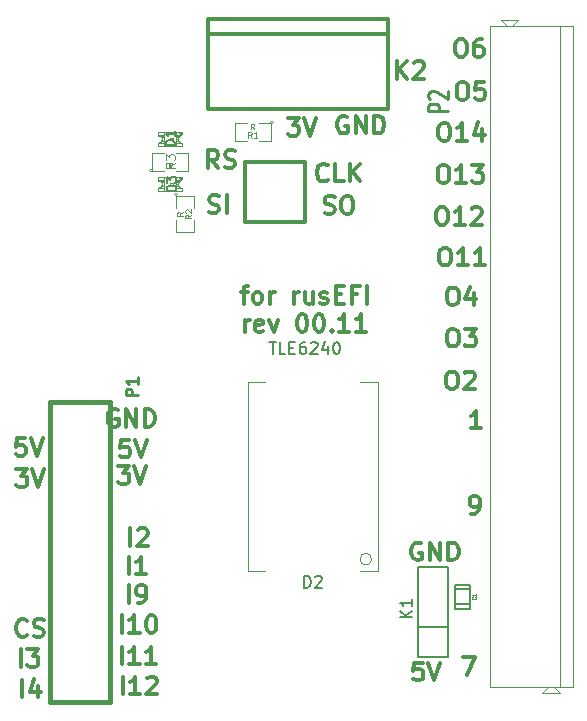
<source format=gto>
G04 (created by PCBNEW (2013-07-07 BZR 4022)-stable) date 9/20/2014 6:20:16 AM*
%MOIN*%
G04 Gerber Fmt 3.4, Leading zero omitted, Abs format*
%FSLAX34Y34*%
G01*
G70*
G90*
G04 APERTURE LIST*
%ADD10C,0.00590551*%
%ADD11C,0.011811*%
%ADD12C,0.0039*%
%ADD13C,0.006*%
%ADD14C,0.015*%
%ADD15C,0.00393701*%
%ADD16C,0.0026*%
%ADD17C,0.004*%
%ADD18C,0.002*%
%ADD19C,0.005*%
%ADD20C,0.012*%
%ADD21C,0.0043*%
%ADD22C,0.01*%
%ADD23C,0.0024*%
%ADD24C,0.0107*%
G04 APERTURE END LIST*
G54D10*
G54D11*
X75862Y-45845D02*
X76087Y-45845D01*
X75947Y-46239D02*
X75947Y-45732D01*
X75975Y-45676D01*
X76031Y-45648D01*
X76087Y-45648D01*
X76368Y-46239D02*
X76312Y-46210D01*
X76284Y-46182D01*
X76256Y-46126D01*
X76256Y-45957D01*
X76284Y-45901D01*
X76312Y-45873D01*
X76368Y-45845D01*
X76453Y-45845D01*
X76509Y-45873D01*
X76537Y-45901D01*
X76565Y-45957D01*
X76565Y-46126D01*
X76537Y-46182D01*
X76509Y-46210D01*
X76453Y-46239D01*
X76368Y-46239D01*
X76818Y-46239D02*
X76818Y-45845D01*
X76818Y-45957D02*
X76847Y-45901D01*
X76875Y-45873D01*
X76931Y-45845D01*
X76987Y-45845D01*
X77634Y-46239D02*
X77634Y-45845D01*
X77634Y-45957D02*
X77662Y-45901D01*
X77690Y-45873D01*
X77746Y-45845D01*
X77803Y-45845D01*
X78253Y-45845D02*
X78253Y-46239D01*
X78000Y-45845D02*
X78000Y-46154D01*
X78028Y-46210D01*
X78084Y-46239D01*
X78168Y-46239D01*
X78224Y-46210D01*
X78253Y-46182D01*
X78506Y-46210D02*
X78562Y-46239D01*
X78674Y-46239D01*
X78731Y-46210D01*
X78759Y-46154D01*
X78759Y-46126D01*
X78731Y-46070D01*
X78674Y-46042D01*
X78590Y-46042D01*
X78534Y-46014D01*
X78506Y-45957D01*
X78506Y-45929D01*
X78534Y-45873D01*
X78590Y-45845D01*
X78674Y-45845D01*
X78731Y-45873D01*
X79012Y-45929D02*
X79209Y-45929D01*
X79293Y-46239D02*
X79012Y-46239D01*
X79012Y-45648D01*
X79293Y-45648D01*
X79743Y-45929D02*
X79546Y-45929D01*
X79546Y-46239D02*
X79546Y-45648D01*
X79827Y-45648D01*
X80052Y-46239D02*
X80052Y-45648D01*
X75989Y-47183D02*
X75989Y-46790D01*
X75989Y-46902D02*
X76017Y-46846D01*
X76045Y-46818D01*
X76101Y-46790D01*
X76158Y-46790D01*
X76579Y-47155D02*
X76523Y-47183D01*
X76411Y-47183D01*
X76354Y-47155D01*
X76326Y-47099D01*
X76326Y-46874D01*
X76354Y-46818D01*
X76411Y-46790D01*
X76523Y-46790D01*
X76579Y-46818D01*
X76607Y-46874D01*
X76607Y-46930D01*
X76326Y-46987D01*
X76804Y-46790D02*
X76945Y-47183D01*
X77086Y-46790D01*
X77873Y-46593D02*
X77929Y-46593D01*
X77985Y-46621D01*
X78014Y-46649D01*
X78042Y-46705D01*
X78070Y-46818D01*
X78070Y-46958D01*
X78042Y-47071D01*
X78014Y-47127D01*
X77985Y-47155D01*
X77929Y-47183D01*
X77873Y-47183D01*
X77817Y-47155D01*
X77789Y-47127D01*
X77760Y-47071D01*
X77732Y-46958D01*
X77732Y-46818D01*
X77760Y-46705D01*
X77789Y-46649D01*
X77817Y-46621D01*
X77873Y-46593D01*
X78435Y-46593D02*
X78492Y-46593D01*
X78548Y-46621D01*
X78576Y-46649D01*
X78604Y-46705D01*
X78632Y-46818D01*
X78632Y-46958D01*
X78604Y-47071D01*
X78576Y-47127D01*
X78548Y-47155D01*
X78492Y-47183D01*
X78435Y-47183D01*
X78379Y-47155D01*
X78351Y-47127D01*
X78323Y-47071D01*
X78295Y-46958D01*
X78295Y-46818D01*
X78323Y-46705D01*
X78351Y-46649D01*
X78379Y-46621D01*
X78435Y-46593D01*
X78885Y-47127D02*
X78913Y-47155D01*
X78885Y-47183D01*
X78857Y-47155D01*
X78885Y-47127D01*
X78885Y-47183D01*
X79476Y-47183D02*
X79138Y-47183D01*
X79307Y-47183D02*
X79307Y-46593D01*
X79251Y-46677D01*
X79195Y-46733D01*
X79138Y-46762D01*
X80038Y-47183D02*
X79701Y-47183D01*
X79870Y-47183D02*
X79870Y-46593D01*
X79813Y-46677D01*
X79757Y-46733D01*
X79701Y-46762D01*
X71750Y-49776D02*
X71693Y-49748D01*
X71609Y-49748D01*
X71525Y-49776D01*
X71468Y-49832D01*
X71440Y-49889D01*
X71412Y-50001D01*
X71412Y-50085D01*
X71440Y-50198D01*
X71468Y-50254D01*
X71525Y-50310D01*
X71609Y-50339D01*
X71665Y-50339D01*
X71750Y-50310D01*
X71778Y-50282D01*
X71778Y-50085D01*
X71665Y-50085D01*
X72031Y-50339D02*
X72031Y-49748D01*
X72368Y-50339D01*
X72368Y-49748D01*
X72649Y-50339D02*
X72649Y-49748D01*
X72790Y-49748D01*
X72874Y-49776D01*
X72931Y-49832D01*
X72959Y-49889D01*
X72987Y-50001D01*
X72987Y-50085D01*
X72959Y-50198D01*
X72931Y-50254D01*
X72874Y-50310D01*
X72790Y-50339D01*
X72649Y-50339D01*
X71775Y-51648D02*
X72140Y-51648D01*
X71943Y-51873D01*
X72028Y-51873D01*
X72084Y-51901D01*
X72112Y-51929D01*
X72140Y-51985D01*
X72140Y-52126D01*
X72112Y-52182D01*
X72084Y-52210D01*
X72028Y-52239D01*
X71859Y-52239D01*
X71803Y-52210D01*
X71775Y-52182D01*
X72309Y-51648D02*
X72506Y-52239D01*
X72703Y-51648D01*
X72137Y-50773D02*
X71856Y-50773D01*
X71828Y-51054D01*
X71856Y-51026D01*
X71912Y-50998D01*
X72053Y-50998D01*
X72109Y-51026D01*
X72137Y-51054D01*
X72165Y-51110D01*
X72165Y-51251D01*
X72137Y-51307D01*
X72109Y-51335D01*
X72053Y-51364D01*
X71912Y-51364D01*
X71856Y-51335D01*
X71828Y-51307D01*
X72334Y-50773D02*
X72531Y-51364D01*
X72728Y-50773D01*
X81875Y-54226D02*
X81818Y-54198D01*
X81734Y-54198D01*
X81650Y-54226D01*
X81593Y-54282D01*
X81565Y-54339D01*
X81537Y-54451D01*
X81537Y-54535D01*
X81565Y-54648D01*
X81593Y-54704D01*
X81650Y-54760D01*
X81734Y-54789D01*
X81790Y-54789D01*
X81875Y-54760D01*
X81903Y-54732D01*
X81903Y-54535D01*
X81790Y-54535D01*
X82156Y-54789D02*
X82156Y-54198D01*
X82493Y-54789D01*
X82493Y-54198D01*
X82774Y-54789D02*
X82774Y-54198D01*
X82915Y-54198D01*
X82999Y-54226D01*
X83056Y-54282D01*
X83084Y-54339D01*
X83112Y-54451D01*
X83112Y-54535D01*
X83084Y-54648D01*
X83056Y-54704D01*
X82999Y-54760D01*
X82915Y-54789D01*
X82774Y-54789D01*
X81912Y-58198D02*
X81631Y-58198D01*
X81603Y-58479D01*
X81631Y-58451D01*
X81687Y-58423D01*
X81828Y-58423D01*
X81884Y-58451D01*
X81912Y-58479D01*
X81940Y-58535D01*
X81940Y-58676D01*
X81912Y-58732D01*
X81884Y-58760D01*
X81828Y-58789D01*
X81687Y-58789D01*
X81631Y-58760D01*
X81603Y-58732D01*
X82109Y-58198D02*
X82306Y-58789D01*
X82503Y-58198D01*
X83253Y-58023D02*
X83646Y-58023D01*
X83393Y-58614D01*
X83537Y-53239D02*
X83650Y-53239D01*
X83706Y-53210D01*
X83734Y-53182D01*
X83790Y-53098D01*
X83818Y-52985D01*
X83818Y-52760D01*
X83790Y-52704D01*
X83762Y-52676D01*
X83706Y-52648D01*
X83593Y-52648D01*
X83537Y-52676D01*
X83509Y-52704D01*
X83481Y-52760D01*
X83481Y-52901D01*
X83509Y-52957D01*
X83537Y-52985D01*
X83593Y-53014D01*
X83706Y-53014D01*
X83762Y-52985D01*
X83790Y-52957D01*
X83818Y-52901D01*
X83868Y-50389D02*
X83531Y-50389D01*
X83700Y-50389D02*
X83700Y-49798D01*
X83643Y-49882D01*
X83587Y-49939D01*
X83531Y-49967D01*
X72168Y-54314D02*
X72168Y-53723D01*
X72421Y-53779D02*
X72450Y-53751D01*
X72506Y-53723D01*
X72646Y-53723D01*
X72703Y-53751D01*
X72731Y-53779D01*
X72759Y-53835D01*
X72759Y-53892D01*
X72731Y-53976D01*
X72393Y-54314D01*
X72759Y-54314D01*
X72118Y-55264D02*
X72118Y-54673D01*
X72709Y-55264D02*
X72371Y-55264D01*
X72540Y-55264D02*
X72540Y-54673D01*
X72484Y-54757D01*
X72428Y-54814D01*
X72371Y-54842D01*
X72118Y-56214D02*
X72118Y-55623D01*
X72428Y-56214D02*
X72540Y-56214D01*
X72596Y-56185D01*
X72624Y-56157D01*
X72681Y-56073D01*
X72709Y-55960D01*
X72709Y-55735D01*
X72681Y-55679D01*
X72653Y-55651D01*
X72596Y-55623D01*
X72484Y-55623D01*
X72428Y-55651D01*
X72400Y-55679D01*
X72371Y-55735D01*
X72371Y-55876D01*
X72400Y-55932D01*
X72428Y-55960D01*
X72484Y-55989D01*
X72596Y-55989D01*
X72653Y-55960D01*
X72681Y-55932D01*
X72709Y-55876D01*
X71887Y-57214D02*
X71887Y-56623D01*
X72478Y-57214D02*
X72140Y-57214D01*
X72309Y-57214D02*
X72309Y-56623D01*
X72253Y-56707D01*
X72196Y-56764D01*
X72140Y-56792D01*
X72843Y-56623D02*
X72899Y-56623D01*
X72956Y-56651D01*
X72984Y-56679D01*
X73012Y-56735D01*
X73040Y-56848D01*
X73040Y-56989D01*
X73012Y-57101D01*
X72984Y-57157D01*
X72956Y-57185D01*
X72899Y-57214D01*
X72843Y-57214D01*
X72787Y-57185D01*
X72759Y-57157D01*
X72731Y-57101D01*
X72703Y-56989D01*
X72703Y-56848D01*
X72731Y-56735D01*
X72759Y-56679D01*
X72787Y-56651D01*
X72843Y-56623D01*
X71887Y-58264D02*
X71887Y-57673D01*
X72478Y-58264D02*
X72140Y-58264D01*
X72309Y-58264D02*
X72309Y-57673D01*
X72253Y-57757D01*
X72196Y-57814D01*
X72140Y-57842D01*
X73040Y-58264D02*
X72703Y-58264D01*
X72871Y-58264D02*
X72871Y-57673D01*
X72815Y-57757D01*
X72759Y-57814D01*
X72703Y-57842D01*
X71912Y-59264D02*
X71912Y-58673D01*
X72503Y-59264D02*
X72165Y-59264D01*
X72334Y-59264D02*
X72334Y-58673D01*
X72278Y-58757D01*
X72221Y-58814D01*
X72165Y-58842D01*
X72728Y-58729D02*
X72756Y-58701D01*
X72812Y-58673D01*
X72953Y-58673D01*
X73009Y-58701D01*
X73037Y-58729D01*
X73065Y-58785D01*
X73065Y-58842D01*
X73037Y-58926D01*
X72699Y-59264D01*
X73065Y-59264D01*
X68726Y-57282D02*
X68698Y-57310D01*
X68614Y-57339D01*
X68557Y-57339D01*
X68473Y-57310D01*
X68417Y-57254D01*
X68389Y-57198D01*
X68360Y-57085D01*
X68360Y-57001D01*
X68389Y-56889D01*
X68417Y-56832D01*
X68473Y-56776D01*
X68557Y-56748D01*
X68614Y-56748D01*
X68698Y-56776D01*
X68726Y-56804D01*
X68951Y-57310D02*
X69035Y-57339D01*
X69176Y-57339D01*
X69232Y-57310D01*
X69260Y-57282D01*
X69289Y-57226D01*
X69289Y-57170D01*
X69260Y-57114D01*
X69232Y-57085D01*
X69176Y-57057D01*
X69064Y-57029D01*
X69007Y-57001D01*
X68979Y-56973D01*
X68951Y-56917D01*
X68951Y-56860D01*
X68979Y-56804D01*
X69007Y-56776D01*
X69064Y-56748D01*
X69204Y-56748D01*
X69289Y-56776D01*
X68518Y-58339D02*
X68518Y-57748D01*
X68743Y-57748D02*
X69109Y-57748D01*
X68912Y-57973D01*
X68996Y-57973D01*
X69053Y-58001D01*
X69081Y-58029D01*
X69109Y-58085D01*
X69109Y-58226D01*
X69081Y-58282D01*
X69053Y-58310D01*
X68996Y-58339D01*
X68828Y-58339D01*
X68771Y-58310D01*
X68743Y-58282D01*
X68568Y-59364D02*
X68568Y-58773D01*
X69103Y-58970D02*
X69103Y-59364D01*
X68962Y-58745D02*
X68821Y-59167D01*
X69187Y-59167D01*
X68375Y-51748D02*
X68740Y-51748D01*
X68543Y-51973D01*
X68628Y-51973D01*
X68684Y-52001D01*
X68712Y-52029D01*
X68740Y-52085D01*
X68740Y-52226D01*
X68712Y-52282D01*
X68684Y-52310D01*
X68628Y-52339D01*
X68459Y-52339D01*
X68403Y-52310D01*
X68375Y-52282D01*
X68909Y-51748D02*
X69106Y-52339D01*
X69303Y-51748D01*
X68662Y-50723D02*
X68381Y-50723D01*
X68353Y-51004D01*
X68381Y-50976D01*
X68437Y-50948D01*
X68578Y-50948D01*
X68634Y-50976D01*
X68662Y-51004D01*
X68690Y-51060D01*
X68690Y-51201D01*
X68662Y-51257D01*
X68634Y-51285D01*
X68578Y-51314D01*
X68437Y-51314D01*
X68381Y-51285D01*
X68353Y-51257D01*
X68859Y-50723D02*
X69056Y-51314D01*
X69253Y-50723D01*
X75101Y-41714D02*
X74904Y-41432D01*
X74764Y-41714D02*
X74764Y-41123D01*
X74989Y-41123D01*
X75045Y-41151D01*
X75073Y-41179D01*
X75101Y-41235D01*
X75101Y-41320D01*
X75073Y-41376D01*
X75045Y-41404D01*
X74989Y-41432D01*
X74764Y-41432D01*
X75326Y-41685D02*
X75410Y-41714D01*
X75551Y-41714D01*
X75607Y-41685D01*
X75635Y-41657D01*
X75664Y-41601D01*
X75664Y-41545D01*
X75635Y-41489D01*
X75607Y-41460D01*
X75551Y-41432D01*
X75439Y-41404D01*
X75382Y-41376D01*
X75354Y-41348D01*
X75326Y-41292D01*
X75326Y-41235D01*
X75354Y-41179D01*
X75382Y-41151D01*
X75439Y-41123D01*
X75579Y-41123D01*
X75664Y-41151D01*
X74790Y-43185D02*
X74875Y-43214D01*
X75015Y-43214D01*
X75071Y-43185D01*
X75100Y-43157D01*
X75128Y-43101D01*
X75128Y-43045D01*
X75100Y-42989D01*
X75071Y-42960D01*
X75015Y-42932D01*
X74903Y-42904D01*
X74846Y-42876D01*
X74818Y-42848D01*
X74790Y-42792D01*
X74790Y-42735D01*
X74818Y-42679D01*
X74846Y-42651D01*
X74903Y-42623D01*
X75043Y-42623D01*
X75128Y-42651D01*
X75381Y-43214D02*
X75381Y-42623D01*
X78646Y-43210D02*
X78731Y-43239D01*
X78871Y-43239D01*
X78928Y-43210D01*
X78956Y-43182D01*
X78984Y-43126D01*
X78984Y-43070D01*
X78956Y-43014D01*
X78928Y-42985D01*
X78871Y-42957D01*
X78759Y-42929D01*
X78703Y-42901D01*
X78675Y-42873D01*
X78646Y-42817D01*
X78646Y-42760D01*
X78675Y-42704D01*
X78703Y-42676D01*
X78759Y-42648D01*
X78900Y-42648D01*
X78984Y-42676D01*
X79349Y-42648D02*
X79462Y-42648D01*
X79518Y-42676D01*
X79574Y-42732D01*
X79603Y-42845D01*
X79603Y-43042D01*
X79574Y-43154D01*
X79518Y-43210D01*
X79462Y-43239D01*
X79349Y-43239D01*
X79293Y-43210D01*
X79237Y-43154D01*
X79209Y-43042D01*
X79209Y-42845D01*
X79237Y-42732D01*
X79293Y-42676D01*
X79349Y-42648D01*
X78748Y-42107D02*
X78720Y-42135D01*
X78635Y-42164D01*
X78579Y-42164D01*
X78495Y-42135D01*
X78439Y-42079D01*
X78411Y-42023D01*
X78382Y-41910D01*
X78382Y-41826D01*
X78411Y-41714D01*
X78439Y-41657D01*
X78495Y-41601D01*
X78579Y-41573D01*
X78635Y-41573D01*
X78720Y-41601D01*
X78748Y-41629D01*
X79282Y-42164D02*
X79001Y-42164D01*
X79001Y-41573D01*
X79479Y-42164D02*
X79479Y-41573D01*
X79817Y-42164D02*
X79564Y-41826D01*
X79817Y-41573D02*
X79479Y-41910D01*
X77425Y-40048D02*
X77790Y-40048D01*
X77593Y-40273D01*
X77678Y-40273D01*
X77734Y-40301D01*
X77762Y-40329D01*
X77790Y-40385D01*
X77790Y-40526D01*
X77762Y-40582D01*
X77734Y-40610D01*
X77678Y-40639D01*
X77509Y-40639D01*
X77453Y-40610D01*
X77425Y-40582D01*
X77959Y-40048D02*
X78156Y-40639D01*
X78353Y-40048D01*
X79400Y-40001D02*
X79343Y-39973D01*
X79259Y-39973D01*
X79175Y-40001D01*
X79118Y-40057D01*
X79090Y-40114D01*
X79062Y-40226D01*
X79062Y-40310D01*
X79090Y-40423D01*
X79118Y-40479D01*
X79175Y-40535D01*
X79259Y-40564D01*
X79315Y-40564D01*
X79400Y-40535D01*
X79428Y-40507D01*
X79428Y-40310D01*
X79315Y-40310D01*
X79681Y-40564D02*
X79681Y-39973D01*
X80018Y-40564D01*
X80018Y-39973D01*
X80299Y-40564D02*
X80299Y-39973D01*
X80440Y-39973D01*
X80524Y-40001D01*
X80581Y-40057D01*
X80609Y-40114D01*
X80637Y-40226D01*
X80637Y-40310D01*
X80609Y-40423D01*
X80581Y-40479D01*
X80524Y-40535D01*
X80440Y-40564D01*
X80299Y-40564D01*
X82837Y-48498D02*
X82950Y-48498D01*
X83006Y-48526D01*
X83062Y-48582D01*
X83090Y-48695D01*
X83090Y-48892D01*
X83062Y-49004D01*
X83006Y-49060D01*
X82950Y-49089D01*
X82837Y-49089D01*
X82781Y-49060D01*
X82725Y-49004D01*
X82696Y-48892D01*
X82696Y-48695D01*
X82725Y-48582D01*
X82781Y-48526D01*
X82837Y-48498D01*
X83315Y-48554D02*
X83343Y-48526D01*
X83399Y-48498D01*
X83540Y-48498D01*
X83596Y-48526D01*
X83624Y-48554D01*
X83653Y-48610D01*
X83653Y-48667D01*
X83624Y-48751D01*
X83287Y-49089D01*
X83653Y-49089D01*
X82862Y-47073D02*
X82975Y-47073D01*
X83031Y-47101D01*
X83087Y-47157D01*
X83115Y-47270D01*
X83115Y-47467D01*
X83087Y-47579D01*
X83031Y-47635D01*
X82975Y-47664D01*
X82862Y-47664D01*
X82806Y-47635D01*
X82750Y-47579D01*
X82721Y-47467D01*
X82721Y-47270D01*
X82750Y-47157D01*
X82806Y-47101D01*
X82862Y-47073D01*
X83312Y-47073D02*
X83678Y-47073D01*
X83481Y-47298D01*
X83565Y-47298D01*
X83621Y-47326D01*
X83649Y-47354D01*
X83678Y-47410D01*
X83678Y-47551D01*
X83649Y-47607D01*
X83621Y-47635D01*
X83565Y-47664D01*
X83396Y-47664D01*
X83340Y-47635D01*
X83312Y-47607D01*
X82862Y-45698D02*
X82975Y-45698D01*
X83031Y-45726D01*
X83087Y-45782D01*
X83115Y-45895D01*
X83115Y-46092D01*
X83087Y-46204D01*
X83031Y-46260D01*
X82975Y-46289D01*
X82862Y-46289D01*
X82806Y-46260D01*
X82750Y-46204D01*
X82721Y-46092D01*
X82721Y-45895D01*
X82750Y-45782D01*
X82806Y-45726D01*
X82862Y-45698D01*
X83621Y-45895D02*
X83621Y-46289D01*
X83481Y-45670D02*
X83340Y-46092D01*
X83706Y-46092D01*
X82606Y-44373D02*
X82718Y-44373D01*
X82775Y-44401D01*
X82831Y-44457D01*
X82859Y-44570D01*
X82859Y-44767D01*
X82831Y-44879D01*
X82775Y-44935D01*
X82718Y-44964D01*
X82606Y-44964D01*
X82550Y-44935D01*
X82493Y-44879D01*
X82465Y-44767D01*
X82465Y-44570D01*
X82493Y-44457D01*
X82550Y-44401D01*
X82606Y-44373D01*
X83421Y-44964D02*
X83084Y-44964D01*
X83253Y-44964D02*
X83253Y-44373D01*
X83196Y-44457D01*
X83140Y-44514D01*
X83084Y-44542D01*
X83984Y-44964D02*
X83646Y-44964D01*
X83815Y-44964D02*
X83815Y-44373D01*
X83759Y-44457D01*
X83703Y-44514D01*
X83646Y-44542D01*
X82506Y-43023D02*
X82618Y-43023D01*
X82675Y-43051D01*
X82731Y-43107D01*
X82759Y-43220D01*
X82759Y-43417D01*
X82731Y-43529D01*
X82675Y-43585D01*
X82618Y-43614D01*
X82506Y-43614D01*
X82450Y-43585D01*
X82393Y-43529D01*
X82365Y-43417D01*
X82365Y-43220D01*
X82393Y-43107D01*
X82450Y-43051D01*
X82506Y-43023D01*
X83321Y-43614D02*
X82984Y-43614D01*
X83153Y-43614D02*
X83153Y-43023D01*
X83096Y-43107D01*
X83040Y-43164D01*
X82984Y-43192D01*
X83546Y-43079D02*
X83574Y-43051D01*
X83631Y-43023D01*
X83771Y-43023D01*
X83828Y-43051D01*
X83856Y-43079D01*
X83884Y-43135D01*
X83884Y-43192D01*
X83856Y-43276D01*
X83518Y-43614D01*
X83884Y-43614D01*
X82556Y-41623D02*
X82668Y-41623D01*
X82725Y-41651D01*
X82781Y-41707D01*
X82809Y-41820D01*
X82809Y-42017D01*
X82781Y-42129D01*
X82725Y-42185D01*
X82668Y-42214D01*
X82556Y-42214D01*
X82500Y-42185D01*
X82443Y-42129D01*
X82415Y-42017D01*
X82415Y-41820D01*
X82443Y-41707D01*
X82500Y-41651D01*
X82556Y-41623D01*
X83371Y-42214D02*
X83034Y-42214D01*
X83203Y-42214D02*
X83203Y-41623D01*
X83146Y-41707D01*
X83090Y-41764D01*
X83034Y-41792D01*
X83568Y-41623D02*
X83934Y-41623D01*
X83737Y-41848D01*
X83821Y-41848D01*
X83878Y-41876D01*
X83906Y-41904D01*
X83934Y-41960D01*
X83934Y-42101D01*
X83906Y-42157D01*
X83878Y-42185D01*
X83821Y-42214D01*
X83653Y-42214D01*
X83596Y-42185D01*
X83568Y-42157D01*
X82581Y-40223D02*
X82693Y-40223D01*
X82750Y-40251D01*
X82806Y-40307D01*
X82834Y-40420D01*
X82834Y-40617D01*
X82806Y-40729D01*
X82750Y-40785D01*
X82693Y-40814D01*
X82581Y-40814D01*
X82525Y-40785D01*
X82468Y-40729D01*
X82440Y-40617D01*
X82440Y-40420D01*
X82468Y-40307D01*
X82525Y-40251D01*
X82581Y-40223D01*
X83396Y-40814D02*
X83059Y-40814D01*
X83228Y-40814D02*
X83228Y-40223D01*
X83171Y-40307D01*
X83115Y-40364D01*
X83059Y-40392D01*
X83903Y-40420D02*
X83903Y-40814D01*
X83762Y-40195D02*
X83621Y-40617D01*
X83987Y-40617D01*
X83187Y-38848D02*
X83300Y-38848D01*
X83356Y-38876D01*
X83412Y-38932D01*
X83440Y-39045D01*
X83440Y-39242D01*
X83412Y-39354D01*
X83356Y-39410D01*
X83300Y-39439D01*
X83187Y-39439D01*
X83131Y-39410D01*
X83075Y-39354D01*
X83046Y-39242D01*
X83046Y-39045D01*
X83075Y-38932D01*
X83131Y-38876D01*
X83187Y-38848D01*
X83974Y-38848D02*
X83693Y-38848D01*
X83665Y-39129D01*
X83693Y-39101D01*
X83749Y-39073D01*
X83890Y-39073D01*
X83946Y-39101D01*
X83974Y-39129D01*
X84003Y-39185D01*
X84003Y-39326D01*
X83974Y-39382D01*
X83946Y-39410D01*
X83890Y-39439D01*
X83749Y-39439D01*
X83693Y-39410D01*
X83665Y-39382D01*
X83137Y-37423D02*
X83250Y-37423D01*
X83306Y-37451D01*
X83362Y-37507D01*
X83390Y-37620D01*
X83390Y-37817D01*
X83362Y-37929D01*
X83306Y-37985D01*
X83250Y-38014D01*
X83137Y-38014D01*
X83081Y-37985D01*
X83025Y-37929D01*
X82996Y-37817D01*
X82996Y-37620D01*
X83025Y-37507D01*
X83081Y-37451D01*
X83137Y-37423D01*
X83896Y-37423D02*
X83784Y-37423D01*
X83728Y-37451D01*
X83699Y-37479D01*
X83643Y-37564D01*
X83615Y-37676D01*
X83615Y-37901D01*
X83643Y-37957D01*
X83671Y-37985D01*
X83728Y-38014D01*
X83840Y-38014D01*
X83896Y-37985D01*
X83924Y-37957D01*
X83953Y-37901D01*
X83953Y-37760D01*
X83924Y-37704D01*
X83896Y-37676D01*
X83840Y-37648D01*
X83728Y-37648D01*
X83671Y-37676D01*
X83643Y-37704D01*
X83615Y-37760D01*
G54D12*
X76950Y-40200D02*
G75*
G03X76950Y-40200I-50J0D01*
G74*
G01*
X76450Y-40200D02*
X76850Y-40200D01*
X76850Y-40200D02*
X76850Y-40800D01*
X76850Y-40800D02*
X76450Y-40800D01*
X76050Y-40800D02*
X75650Y-40800D01*
X75650Y-40800D02*
X75650Y-40200D01*
X75650Y-40200D02*
X76050Y-40200D01*
X73750Y-42600D02*
G75*
G03X73750Y-42600I-50J0D01*
G74*
G01*
X73700Y-43050D02*
X73700Y-42650D01*
X73700Y-42650D02*
X74300Y-42650D01*
X74300Y-42650D02*
X74300Y-43050D01*
X74300Y-43450D02*
X74300Y-43850D01*
X74300Y-43850D02*
X73700Y-43850D01*
X73700Y-43850D02*
X73700Y-43450D01*
G54D13*
X82750Y-58000D02*
X81750Y-58000D01*
X81750Y-58000D02*
X81750Y-55000D01*
X81750Y-55000D02*
X82750Y-55000D01*
X82750Y-55000D02*
X82750Y-58000D01*
X81750Y-57000D02*
X82750Y-57000D01*
G54D14*
X69500Y-59500D02*
X69500Y-49500D01*
X71500Y-49500D02*
X71500Y-59500D01*
X71500Y-49500D02*
X69500Y-49500D01*
X69500Y-59500D02*
X71500Y-59500D01*
G54D15*
X80218Y-54755D02*
G75*
G03X80218Y-54755I-196J0D01*
G74*
G01*
X76675Y-55149D02*
X76084Y-55149D01*
X76084Y-55149D02*
X76084Y-48850D01*
X76084Y-48850D02*
X76675Y-48850D01*
X80415Y-55149D02*
X80415Y-48850D01*
X80415Y-48850D02*
X79824Y-48850D01*
X80415Y-55149D02*
X79824Y-55149D01*
G54D16*
X73696Y-40868D02*
X73696Y-40996D01*
X73696Y-40996D02*
X73893Y-40996D01*
X73893Y-40868D02*
X73893Y-40996D01*
X73696Y-40868D02*
X73893Y-40868D01*
X73696Y-40623D02*
X73696Y-40682D01*
X73696Y-40682D02*
X73795Y-40682D01*
X73795Y-40623D02*
X73795Y-40682D01*
X73696Y-40623D02*
X73795Y-40623D01*
X73696Y-40818D02*
X73696Y-40877D01*
X73696Y-40877D02*
X73795Y-40877D01*
X73795Y-40818D02*
X73795Y-40877D01*
X73696Y-40818D02*
X73795Y-40818D01*
X73696Y-40672D02*
X73696Y-40828D01*
X73696Y-40828D02*
X73765Y-40828D01*
X73765Y-40672D02*
X73765Y-40828D01*
X73696Y-40672D02*
X73765Y-40672D01*
X73107Y-40868D02*
X73107Y-40996D01*
X73107Y-40996D02*
X73304Y-40996D01*
X73304Y-40868D02*
X73304Y-40996D01*
X73107Y-40868D02*
X73304Y-40868D01*
X73107Y-40504D02*
X73107Y-40632D01*
X73107Y-40632D02*
X73304Y-40632D01*
X73304Y-40504D02*
X73304Y-40632D01*
X73107Y-40504D02*
X73304Y-40504D01*
X73205Y-40818D02*
X73205Y-40877D01*
X73205Y-40877D02*
X73304Y-40877D01*
X73304Y-40818D02*
X73304Y-40877D01*
X73205Y-40818D02*
X73304Y-40818D01*
X73205Y-40623D02*
X73205Y-40682D01*
X73205Y-40682D02*
X73304Y-40682D01*
X73304Y-40623D02*
X73304Y-40682D01*
X73205Y-40623D02*
X73304Y-40623D01*
X73235Y-40672D02*
X73235Y-40828D01*
X73235Y-40828D02*
X73304Y-40828D01*
X73304Y-40672D02*
X73304Y-40828D01*
X73235Y-40672D02*
X73304Y-40672D01*
X73500Y-40711D02*
X73500Y-40789D01*
X73500Y-40789D02*
X73578Y-40789D01*
X73578Y-40711D02*
X73578Y-40789D01*
X73500Y-40711D02*
X73578Y-40711D01*
X73696Y-40514D02*
X73696Y-40632D01*
X73696Y-40632D02*
X73814Y-40632D01*
X73814Y-40514D02*
X73814Y-40632D01*
X73696Y-40514D02*
X73814Y-40514D01*
X73864Y-40504D02*
X73864Y-40593D01*
X73864Y-40593D02*
X73893Y-40593D01*
X73893Y-40504D02*
X73893Y-40593D01*
X73864Y-40504D02*
X73893Y-40504D01*
G54D17*
X73706Y-40976D02*
X73294Y-40976D01*
X73304Y-40524D02*
X73864Y-40524D01*
G54D18*
X73862Y-40573D02*
G75*
G03X73862Y-40573I-28J0D01*
G74*
G01*
G54D17*
X73893Y-40613D02*
G75*
G03X73893Y-40887I0J-137D01*
G74*
G01*
X73107Y-40887D02*
G75*
G03X73107Y-40613I0J137D01*
G74*
G01*
G54D16*
X73696Y-42368D02*
X73696Y-42496D01*
X73696Y-42496D02*
X73893Y-42496D01*
X73893Y-42368D02*
X73893Y-42496D01*
X73696Y-42368D02*
X73893Y-42368D01*
X73696Y-42123D02*
X73696Y-42182D01*
X73696Y-42182D02*
X73795Y-42182D01*
X73795Y-42123D02*
X73795Y-42182D01*
X73696Y-42123D02*
X73795Y-42123D01*
X73696Y-42318D02*
X73696Y-42377D01*
X73696Y-42377D02*
X73795Y-42377D01*
X73795Y-42318D02*
X73795Y-42377D01*
X73696Y-42318D02*
X73795Y-42318D01*
X73696Y-42172D02*
X73696Y-42328D01*
X73696Y-42328D02*
X73765Y-42328D01*
X73765Y-42172D02*
X73765Y-42328D01*
X73696Y-42172D02*
X73765Y-42172D01*
X73107Y-42368D02*
X73107Y-42496D01*
X73107Y-42496D02*
X73304Y-42496D01*
X73304Y-42368D02*
X73304Y-42496D01*
X73107Y-42368D02*
X73304Y-42368D01*
X73107Y-42004D02*
X73107Y-42132D01*
X73107Y-42132D02*
X73304Y-42132D01*
X73304Y-42004D02*
X73304Y-42132D01*
X73107Y-42004D02*
X73304Y-42004D01*
X73205Y-42318D02*
X73205Y-42377D01*
X73205Y-42377D02*
X73304Y-42377D01*
X73304Y-42318D02*
X73304Y-42377D01*
X73205Y-42318D02*
X73304Y-42318D01*
X73205Y-42123D02*
X73205Y-42182D01*
X73205Y-42182D02*
X73304Y-42182D01*
X73304Y-42123D02*
X73304Y-42182D01*
X73205Y-42123D02*
X73304Y-42123D01*
X73235Y-42172D02*
X73235Y-42328D01*
X73235Y-42328D02*
X73304Y-42328D01*
X73304Y-42172D02*
X73304Y-42328D01*
X73235Y-42172D02*
X73304Y-42172D01*
X73500Y-42211D02*
X73500Y-42289D01*
X73500Y-42289D02*
X73578Y-42289D01*
X73578Y-42211D02*
X73578Y-42289D01*
X73500Y-42211D02*
X73578Y-42211D01*
X73696Y-42014D02*
X73696Y-42132D01*
X73696Y-42132D02*
X73814Y-42132D01*
X73814Y-42014D02*
X73814Y-42132D01*
X73696Y-42014D02*
X73814Y-42014D01*
X73864Y-42004D02*
X73864Y-42093D01*
X73864Y-42093D02*
X73893Y-42093D01*
X73893Y-42004D02*
X73893Y-42093D01*
X73864Y-42004D02*
X73893Y-42004D01*
G54D17*
X73706Y-42476D02*
X73294Y-42476D01*
X73304Y-42024D02*
X73864Y-42024D01*
G54D18*
X73862Y-42073D02*
G75*
G03X73862Y-42073I-28J0D01*
G74*
G01*
G54D17*
X73893Y-42113D02*
G75*
G03X73893Y-42387I0J-137D01*
G74*
G01*
X73107Y-42387D02*
G75*
G03X73107Y-42113I0J137D01*
G74*
G01*
G54D19*
X83500Y-56250D02*
X83000Y-56250D01*
X83500Y-55750D02*
X83010Y-55750D01*
X83500Y-55600D02*
X83500Y-56400D01*
X83500Y-56400D02*
X83000Y-56400D01*
X83000Y-56400D02*
X83000Y-55600D01*
X83000Y-55600D02*
X83500Y-55600D01*
G54D20*
X80750Y-36750D02*
X80750Y-39750D01*
X74750Y-36750D02*
X74750Y-39750D01*
X80750Y-37250D02*
X74750Y-37250D01*
X80750Y-39750D02*
X74750Y-39750D01*
X80750Y-36750D02*
X74750Y-36750D01*
G54D12*
X84712Y-36976D02*
X84515Y-36779D01*
X84515Y-36779D02*
X84909Y-36779D01*
X84909Y-36779D02*
X85106Y-36779D01*
X85106Y-36779D02*
X84909Y-36976D01*
X86287Y-59023D02*
X86484Y-59220D01*
X86484Y-59220D02*
X86090Y-59220D01*
X86090Y-59220D02*
X85893Y-59220D01*
X85893Y-59220D02*
X86090Y-59023D01*
X86484Y-36976D02*
X86484Y-59023D01*
X86917Y-36976D02*
X86917Y-59023D01*
X86917Y-59023D02*
X84161Y-59023D01*
X84161Y-59023D02*
X84161Y-36976D01*
X84161Y-36976D02*
X86917Y-36976D01*
X72900Y-41800D02*
G75*
G03X72900Y-41800I-50J0D01*
G74*
G01*
X73300Y-41800D02*
X72900Y-41800D01*
X72900Y-41800D02*
X72900Y-41200D01*
X72900Y-41200D02*
X73300Y-41200D01*
X73700Y-41200D02*
X74100Y-41200D01*
X74100Y-41200D02*
X74100Y-41800D01*
X74100Y-41800D02*
X73700Y-41800D01*
G54D20*
X76000Y-41500D02*
X78000Y-41500D01*
X78000Y-41500D02*
X78000Y-43500D01*
X78000Y-43500D02*
X76000Y-43500D01*
X76000Y-43500D02*
X76000Y-41500D01*
G54D21*
X76217Y-40704D02*
X76151Y-40610D01*
X76104Y-40704D02*
X76104Y-40507D01*
X76179Y-40507D01*
X76198Y-40517D01*
X76207Y-40526D01*
X76217Y-40545D01*
X76217Y-40573D01*
X76207Y-40592D01*
X76198Y-40601D01*
X76179Y-40610D01*
X76104Y-40610D01*
X76404Y-40704D02*
X76292Y-40704D01*
X76348Y-40704D02*
X76348Y-40507D01*
X76329Y-40535D01*
X76310Y-40554D01*
X76292Y-40564D01*
X76310Y-40429D02*
X76245Y-40335D01*
X76198Y-40429D02*
X76198Y-40232D01*
X76273Y-40232D01*
X76292Y-40242D01*
X76301Y-40251D01*
X76310Y-40270D01*
X76310Y-40298D01*
X76301Y-40317D01*
X76292Y-40326D01*
X76273Y-40335D01*
X76198Y-40335D01*
X74204Y-43282D02*
X74110Y-43348D01*
X74204Y-43395D02*
X74007Y-43395D01*
X74007Y-43320D01*
X74017Y-43301D01*
X74026Y-43292D01*
X74045Y-43282D01*
X74073Y-43282D01*
X74092Y-43292D01*
X74101Y-43301D01*
X74110Y-43320D01*
X74110Y-43395D01*
X74026Y-43207D02*
X74017Y-43198D01*
X74007Y-43179D01*
X74007Y-43132D01*
X74017Y-43113D01*
X74026Y-43104D01*
X74045Y-43095D01*
X74064Y-43095D01*
X74092Y-43104D01*
X74204Y-43217D01*
X74204Y-43095D01*
X73929Y-43189D02*
X73835Y-43254D01*
X73929Y-43301D02*
X73732Y-43301D01*
X73732Y-43226D01*
X73742Y-43207D01*
X73751Y-43198D01*
X73770Y-43189D01*
X73798Y-43189D01*
X73817Y-43198D01*
X73826Y-43207D01*
X73835Y-43226D01*
X73835Y-43301D01*
G54D13*
X81561Y-56695D02*
X81161Y-56695D01*
X81561Y-56466D02*
X81333Y-56638D01*
X81161Y-56466D02*
X81390Y-56695D01*
X81561Y-56085D02*
X81561Y-56314D01*
X81561Y-56199D02*
X81161Y-56199D01*
X81219Y-56238D01*
X81257Y-56276D01*
X81276Y-56314D01*
G54D22*
X72411Y-49295D02*
X72011Y-49295D01*
X72011Y-49142D01*
X72030Y-49104D01*
X72050Y-49085D01*
X72088Y-49066D01*
X72145Y-49066D01*
X72183Y-49085D01*
X72202Y-49104D01*
X72221Y-49142D01*
X72221Y-49295D01*
X72411Y-48685D02*
X72411Y-48914D01*
X72411Y-48799D02*
X72011Y-48799D01*
X72069Y-48838D01*
X72107Y-48876D01*
X72126Y-48914D01*
G54D10*
X77959Y-55702D02*
X77959Y-55308D01*
X78053Y-55308D01*
X78109Y-55327D01*
X78146Y-55365D01*
X78165Y-55402D01*
X78184Y-55477D01*
X78184Y-55533D01*
X78165Y-55608D01*
X78146Y-55646D01*
X78109Y-55683D01*
X78053Y-55702D01*
X77959Y-55702D01*
X78334Y-55346D02*
X78353Y-55327D01*
X78390Y-55308D01*
X78484Y-55308D01*
X78521Y-55327D01*
X78540Y-55346D01*
X78559Y-55383D01*
X78559Y-55421D01*
X78540Y-55477D01*
X78315Y-55702D01*
X78559Y-55702D01*
X76800Y-47515D02*
X77025Y-47515D01*
X76912Y-47909D02*
X76912Y-47515D01*
X77343Y-47909D02*
X77156Y-47909D01*
X77156Y-47515D01*
X77475Y-47703D02*
X77606Y-47703D01*
X77662Y-47909D02*
X77475Y-47909D01*
X77475Y-47515D01*
X77662Y-47515D01*
X78000Y-47515D02*
X77925Y-47515D01*
X77887Y-47534D01*
X77868Y-47553D01*
X77831Y-47609D01*
X77812Y-47684D01*
X77812Y-47834D01*
X77831Y-47871D01*
X77850Y-47890D01*
X77887Y-47909D01*
X77962Y-47909D01*
X78000Y-47890D01*
X78018Y-47871D01*
X78037Y-47834D01*
X78037Y-47740D01*
X78018Y-47703D01*
X78000Y-47684D01*
X77962Y-47665D01*
X77887Y-47665D01*
X77850Y-47684D01*
X77831Y-47703D01*
X77812Y-47740D01*
X78187Y-47553D02*
X78206Y-47534D01*
X78243Y-47515D01*
X78337Y-47515D01*
X78374Y-47534D01*
X78393Y-47553D01*
X78412Y-47590D01*
X78412Y-47628D01*
X78393Y-47684D01*
X78168Y-47909D01*
X78412Y-47909D01*
X78749Y-47646D02*
X78749Y-47909D01*
X78656Y-47496D02*
X78562Y-47778D01*
X78806Y-47778D01*
X79031Y-47515D02*
X79068Y-47515D01*
X79106Y-47534D01*
X79124Y-47553D01*
X79143Y-47590D01*
X79162Y-47665D01*
X79162Y-47759D01*
X79143Y-47834D01*
X79124Y-47871D01*
X79106Y-47890D01*
X79068Y-47909D01*
X79031Y-47909D01*
X78993Y-47890D01*
X78974Y-47871D01*
X78956Y-47834D01*
X78937Y-47759D01*
X78937Y-47665D01*
X78956Y-47590D01*
X78974Y-47553D01*
X78993Y-47534D01*
X79031Y-47515D01*
G54D19*
X73646Y-40946D02*
X73346Y-40946D01*
X73346Y-40875D01*
X73360Y-40832D01*
X73389Y-40803D01*
X73417Y-40789D01*
X73475Y-40775D01*
X73517Y-40775D01*
X73575Y-40789D01*
X73603Y-40803D01*
X73632Y-40832D01*
X73646Y-40875D01*
X73646Y-40946D01*
X73646Y-40489D02*
X73646Y-40660D01*
X73646Y-40575D02*
X73346Y-40575D01*
X73389Y-40603D01*
X73417Y-40632D01*
X73432Y-40660D01*
X73696Y-42471D02*
X73396Y-42471D01*
X73396Y-42400D01*
X73410Y-42357D01*
X73439Y-42328D01*
X73467Y-42314D01*
X73525Y-42300D01*
X73567Y-42300D01*
X73625Y-42314D01*
X73653Y-42328D01*
X73682Y-42357D01*
X73696Y-42400D01*
X73696Y-42471D01*
X73396Y-42200D02*
X73396Y-42014D01*
X73510Y-42114D01*
X73510Y-42071D01*
X73525Y-42042D01*
X73539Y-42028D01*
X73567Y-42014D01*
X73639Y-42014D01*
X73667Y-42028D01*
X73682Y-42042D01*
X73696Y-42071D01*
X73696Y-42157D01*
X73682Y-42185D01*
X73667Y-42200D01*
G54D23*
X83676Y-56019D02*
X83682Y-56025D01*
X83687Y-56042D01*
X83687Y-56053D01*
X83682Y-56070D01*
X83670Y-56081D01*
X83659Y-56087D01*
X83637Y-56092D01*
X83620Y-56092D01*
X83597Y-56087D01*
X83586Y-56081D01*
X83575Y-56070D01*
X83569Y-56053D01*
X83569Y-56042D01*
X83575Y-56025D01*
X83581Y-56019D01*
X83687Y-55907D02*
X83687Y-55974D01*
X83687Y-55941D02*
X83569Y-55941D01*
X83586Y-55952D01*
X83597Y-55963D01*
X83603Y-55974D01*
G54D20*
X81057Y-38742D02*
X81057Y-38142D01*
X81400Y-38742D02*
X81142Y-38400D01*
X81400Y-38142D02*
X81057Y-38485D01*
X81628Y-38200D02*
X81657Y-38171D01*
X81714Y-38142D01*
X81857Y-38142D01*
X81914Y-38171D01*
X81942Y-38200D01*
X81971Y-38257D01*
X81971Y-38314D01*
X81942Y-38400D01*
X81600Y-38742D01*
X81971Y-38742D01*
G54D24*
X82775Y-39815D02*
X82094Y-39815D01*
X82094Y-39652D01*
X82127Y-39612D01*
X82159Y-39591D01*
X82224Y-39571D01*
X82321Y-39571D01*
X82386Y-39591D01*
X82418Y-39612D01*
X82451Y-39652D01*
X82451Y-39815D01*
X82159Y-39408D02*
X82127Y-39387D01*
X82094Y-39347D01*
X82094Y-39245D01*
X82127Y-39204D01*
X82159Y-39184D01*
X82224Y-39163D01*
X82289Y-39163D01*
X82386Y-39184D01*
X82775Y-39428D01*
X82775Y-39163D01*
G54D21*
X73646Y-41550D02*
X73503Y-41650D01*
X73646Y-41721D02*
X73346Y-41721D01*
X73346Y-41607D01*
X73360Y-41578D01*
X73375Y-41564D01*
X73403Y-41550D01*
X73446Y-41550D01*
X73475Y-41564D01*
X73489Y-41578D01*
X73503Y-41607D01*
X73503Y-41721D01*
X73346Y-41450D02*
X73346Y-41264D01*
X73460Y-41364D01*
X73460Y-41321D01*
X73475Y-41292D01*
X73489Y-41278D01*
X73517Y-41264D01*
X73589Y-41264D01*
X73617Y-41278D01*
X73632Y-41292D01*
X73646Y-41321D01*
X73646Y-41407D01*
X73632Y-41435D01*
X73617Y-41450D01*
X73560Y-41729D02*
X73495Y-41635D01*
X73448Y-41729D02*
X73448Y-41532D01*
X73523Y-41532D01*
X73542Y-41542D01*
X73551Y-41551D01*
X73560Y-41570D01*
X73560Y-41598D01*
X73551Y-41617D01*
X73542Y-41626D01*
X73523Y-41635D01*
X73448Y-41635D01*
M02*

</source>
